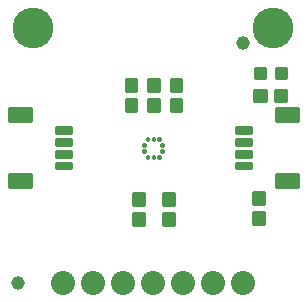
<source format=gts>
G04 EAGLE Gerber RS-274X export*
G75*
%MOMM*%
%FSLAX34Y34*%
%LPD*%
%INSoldermask Top*%
%IPPOS*%
%AMOC8*
5,1,8,0,0,1.08239X$1,22.5*%
G01*
%ADD10C,0.253525*%
%ADD11C,0.449434*%
%ADD12C,1.152400*%
%ADD13C,3.454400*%
%ADD14C,0.243431*%
%ADD15C,0.255816*%
%ADD16C,2.032000*%
%ADD17C,0.253509*%


D10*
X131495Y167945D02*
X131495Y157955D01*
X122505Y157955D01*
X122505Y167945D01*
X131495Y167945D01*
X131495Y160363D02*
X122505Y160363D01*
X122505Y162771D02*
X131495Y162771D01*
X131495Y165179D02*
X122505Y165179D01*
X122505Y167587D02*
X131495Y167587D01*
X131495Y174955D02*
X131495Y184945D01*
X131495Y174955D02*
X122505Y174955D01*
X122505Y184945D01*
X131495Y184945D01*
X131495Y177363D02*
X122505Y177363D01*
X122505Y179771D02*
X131495Y179771D01*
X131495Y182179D02*
X122505Y182179D01*
X122505Y184587D02*
X131495Y184587D01*
D11*
X231315Y186985D02*
X231315Y194015D01*
X238345Y194015D01*
X238345Y186985D01*
X231315Y186985D01*
X231315Y191254D02*
X238345Y191254D01*
X213775Y194015D02*
X213775Y186985D01*
X213775Y194015D02*
X220805Y194015D01*
X220805Y186985D01*
X213775Y186985D01*
X213775Y191254D02*
X220805Y191254D01*
D12*
X203200Y215900D03*
X12700Y12700D03*
D13*
X25400Y228600D03*
X228600Y228600D03*
D14*
X4505Y160545D02*
X4505Y149455D01*
X4505Y160545D02*
X23595Y160545D01*
X23595Y149455D01*
X4505Y149455D01*
X4505Y151767D02*
X23595Y151767D01*
X23595Y154079D02*
X4505Y154079D01*
X4505Y156391D02*
X23595Y156391D01*
X23595Y158703D02*
X4505Y158703D01*
X4505Y104545D02*
X4505Y93455D01*
X4505Y104545D02*
X23595Y104545D01*
X23595Y93455D01*
X4505Y93455D01*
X4505Y95767D02*
X23595Y95767D01*
X23595Y98079D02*
X4505Y98079D01*
X4505Y100391D02*
X23595Y100391D01*
X23595Y102703D02*
X4505Y102703D01*
D15*
X44567Y139517D02*
X44567Y144483D01*
X57033Y144483D01*
X57033Y139517D01*
X44567Y139517D01*
X44567Y141947D02*
X57033Y141947D01*
X57033Y144377D02*
X44567Y144377D01*
X44567Y134483D02*
X44567Y129517D01*
X44567Y134483D02*
X57033Y134483D01*
X57033Y129517D01*
X44567Y129517D01*
X44567Y131947D02*
X57033Y131947D01*
X57033Y134377D02*
X44567Y134377D01*
X44567Y124483D02*
X44567Y119517D01*
X44567Y124483D02*
X57033Y124483D01*
X57033Y119517D01*
X44567Y119517D01*
X44567Y121947D02*
X57033Y121947D01*
X57033Y124377D02*
X44567Y124377D01*
X44567Y114483D02*
X44567Y109517D01*
X44567Y114483D02*
X57033Y114483D01*
X57033Y109517D01*
X44567Y109517D01*
X44567Y111947D02*
X57033Y111947D01*
X57033Y114377D02*
X44567Y114377D01*
D14*
X249495Y104545D02*
X249495Y93455D01*
X230405Y93455D01*
X230405Y104545D01*
X249495Y104545D01*
X249495Y95767D02*
X230405Y95767D01*
X230405Y98079D02*
X249495Y98079D01*
X249495Y100391D02*
X230405Y100391D01*
X230405Y102703D02*
X249495Y102703D01*
X249495Y149455D02*
X249495Y160545D01*
X249495Y149455D02*
X230405Y149455D01*
X230405Y160545D01*
X249495Y160545D01*
X249495Y151767D02*
X230405Y151767D01*
X230405Y154079D02*
X249495Y154079D01*
X249495Y156391D02*
X230405Y156391D01*
X230405Y158703D02*
X249495Y158703D01*
D15*
X209433Y114483D02*
X209433Y109517D01*
X196967Y109517D01*
X196967Y114483D01*
X209433Y114483D01*
X209433Y111947D02*
X196967Y111947D01*
X196967Y114377D02*
X209433Y114377D01*
X209433Y119517D02*
X209433Y124483D01*
X209433Y119517D02*
X196967Y119517D01*
X196967Y124483D01*
X209433Y124483D01*
X209433Y121947D02*
X196967Y121947D01*
X196967Y124377D02*
X209433Y124377D01*
X209433Y129517D02*
X209433Y134483D01*
X209433Y129517D02*
X196967Y129517D01*
X196967Y134483D01*
X209433Y134483D01*
X209433Y131947D02*
X196967Y131947D01*
X196967Y134377D02*
X209433Y134377D01*
X209433Y139517D02*
X209433Y144483D01*
X209433Y139517D02*
X196967Y139517D01*
X196967Y144483D01*
X209433Y144483D01*
X209433Y141947D02*
X196967Y141947D01*
X196967Y144377D02*
X209433Y144377D01*
D16*
X50800Y12700D03*
X76200Y12700D03*
X101600Y12700D03*
X127000Y12700D03*
X152400Y12700D03*
X177800Y12700D03*
X203200Y12700D03*
D10*
X118795Y61435D02*
X118795Y71425D01*
X118795Y61435D02*
X109805Y61435D01*
X109805Y71425D01*
X118795Y71425D01*
X118795Y63843D02*
X109805Y63843D01*
X109805Y66251D02*
X118795Y66251D01*
X118795Y68659D02*
X109805Y68659D01*
X109805Y71067D02*
X118795Y71067D01*
X118795Y78435D02*
X118795Y88425D01*
X118795Y78435D02*
X109805Y78435D01*
X109805Y88425D01*
X118795Y88425D01*
X118795Y80843D02*
X109805Y80843D01*
X109805Y83251D02*
X118795Y83251D01*
X118795Y85659D02*
X109805Y85659D01*
X109805Y88067D02*
X118795Y88067D01*
X135205Y88425D02*
X135205Y78435D01*
X135205Y88425D02*
X144195Y88425D01*
X144195Y78435D01*
X135205Y78435D01*
X135205Y80843D02*
X144195Y80843D01*
X144195Y83251D02*
X135205Y83251D01*
X135205Y85659D02*
X144195Y85659D01*
X144195Y88067D02*
X135205Y88067D01*
X135205Y71425D02*
X135205Y61435D01*
X135205Y71425D02*
X144195Y71425D01*
X144195Y61435D01*
X135205Y61435D01*
X135205Y63843D02*
X144195Y63843D01*
X144195Y66251D02*
X135205Y66251D01*
X135205Y68659D02*
X144195Y68659D01*
X144195Y71067D02*
X135205Y71067D01*
X103455Y174955D02*
X103455Y184945D01*
X112445Y184945D01*
X112445Y174955D01*
X103455Y174955D01*
X103455Y177363D02*
X112445Y177363D01*
X112445Y179771D02*
X103455Y179771D01*
X103455Y182179D02*
X112445Y182179D01*
X112445Y184587D02*
X103455Y184587D01*
X103455Y167945D02*
X103455Y157955D01*
X103455Y167945D02*
X112445Y167945D01*
X112445Y157955D01*
X103455Y157955D01*
X103455Y160363D02*
X112445Y160363D01*
X112445Y162771D02*
X103455Y162771D01*
X103455Y165179D02*
X112445Y165179D01*
X112445Y167587D02*
X103455Y167587D01*
X150545Y167945D02*
X150545Y157955D01*
X141555Y157955D01*
X141555Y167945D01*
X150545Y167945D01*
X150545Y160363D02*
X141555Y160363D01*
X141555Y162771D02*
X150545Y162771D01*
X150545Y165179D02*
X141555Y165179D01*
X141555Y167587D02*
X150545Y167587D01*
X150545Y174955D02*
X150545Y184945D01*
X150545Y174955D02*
X141555Y174955D01*
X141555Y184945D01*
X150545Y184945D01*
X150545Y177363D02*
X141555Y177363D01*
X141555Y179771D02*
X150545Y179771D01*
X150545Y182179D02*
X141555Y182179D01*
X141555Y184587D02*
X150545Y184587D01*
X212565Y166955D02*
X222555Y166955D01*
X212565Y166955D02*
X212565Y175945D01*
X222555Y175945D01*
X222555Y166955D01*
X222555Y169363D02*
X212565Y169363D01*
X212565Y171771D02*
X222555Y171771D01*
X222555Y174179D02*
X212565Y174179D01*
X229565Y166955D02*
X239555Y166955D01*
X229565Y166955D02*
X229565Y175945D01*
X239555Y175945D01*
X239555Y166955D01*
X239555Y169363D02*
X229565Y169363D01*
X229565Y171771D02*
X239555Y171771D01*
X239555Y174179D02*
X229565Y174179D01*
D17*
X127745Y135495D02*
X127745Y133755D01*
X126255Y133755D01*
X126255Y135495D01*
X127745Y135495D01*
X122745Y135495D02*
X122745Y133755D01*
X121255Y133755D01*
X121255Y135495D01*
X122745Y135495D01*
X132745Y135495D02*
X132745Y133755D01*
X131255Y133755D01*
X131255Y135495D01*
X132745Y135495D01*
X127745Y120245D02*
X127745Y118505D01*
X126255Y118505D01*
X126255Y120245D01*
X127745Y120245D01*
X122745Y120245D02*
X122745Y118505D01*
X121255Y118505D01*
X121255Y120245D01*
X122745Y120245D01*
X132745Y120245D02*
X132745Y118505D01*
X131255Y118505D01*
X131255Y120245D01*
X132745Y120245D01*
X120245Y123755D02*
X120245Y125245D01*
X120245Y123755D02*
X118505Y123755D01*
X118505Y125245D01*
X120245Y125245D01*
X120245Y128755D02*
X120245Y130245D01*
X120245Y128755D02*
X118505Y128755D01*
X118505Y130245D01*
X120245Y130245D01*
X135495Y125245D02*
X135495Y123755D01*
X133755Y123755D01*
X133755Y125245D01*
X135495Y125245D01*
X135495Y128755D02*
X135495Y130245D01*
X135495Y128755D02*
X133755Y128755D01*
X133755Y130245D01*
X135495Y130245D01*
D10*
X220395Y72695D02*
X220395Y62705D01*
X211405Y62705D01*
X211405Y72695D01*
X220395Y72695D01*
X220395Y65113D02*
X211405Y65113D01*
X211405Y67521D02*
X220395Y67521D01*
X220395Y69929D02*
X211405Y69929D01*
X211405Y72337D02*
X220395Y72337D01*
X220395Y79705D02*
X220395Y89695D01*
X220395Y79705D02*
X211405Y79705D01*
X211405Y89695D01*
X220395Y89695D01*
X220395Y82113D02*
X211405Y82113D01*
X211405Y84521D02*
X220395Y84521D01*
X220395Y86929D02*
X211405Y86929D01*
X211405Y89337D02*
X220395Y89337D01*
M02*

</source>
